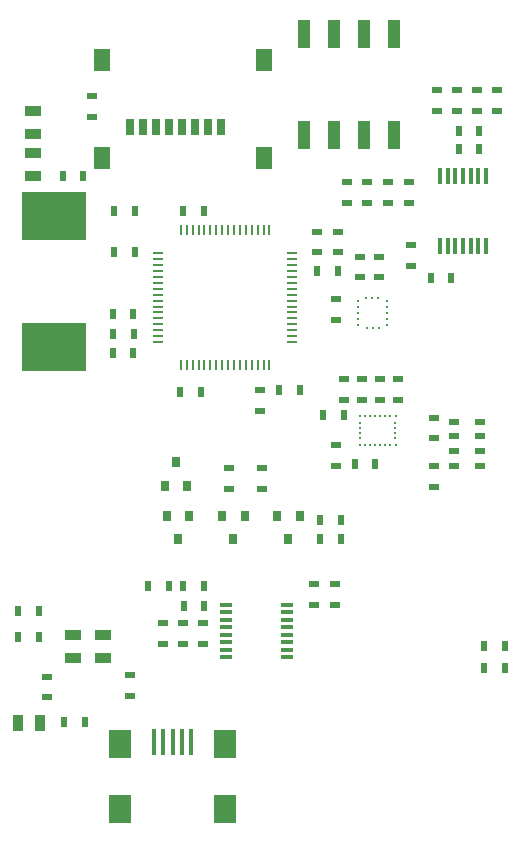
<source format=gtp>
G04 #@! TF.FileFunction,Paste,Top*
%FSLAX46Y46*%
G04 Gerber Fmt 4.6, Leading zero omitted, Abs format (unit mm)*
G04 Created by KiCad (PCBNEW 4.0.7) date 02/18/18 10:01:47*
%MOMM*%
%LPD*%
G01*
G04 APERTURE LIST*
%ADD10C,0.100000*%
%ADD11R,0.610000X0.940000*%
%ADD12R,0.940000X0.610000*%
%ADD13R,0.940000X0.190000*%
%ADD14R,0.190000X0.940000*%
%ADD15R,0.170000X0.290000*%
%ADD16R,0.290000X0.170000*%
%ADD17R,0.190000X0.290000*%
%ADD18R,0.290000X0.190000*%
%ADD19R,5.540000X4.040000*%
%ADD20R,1.390000X1.940000*%
%ADD21R,0.740000X1.440000*%
%ADD22R,1.938980X2.439360*%
%ADD23R,0.440380X2.241240*%
%ADD24R,1.060000X2.380000*%
%ADD25R,1.140000X0.340000*%
%ADD26R,0.390000X1.390000*%
%ADD27R,0.890000X0.490000*%
%ADD28R,1.440000X0.910000*%
%ADD29R,0.740000X0.840000*%
%ADD30R,0.910000X1.440000*%
G04 APERTURE END LIST*
D10*
D11*
X118462500Y-56350000D03*
X120212500Y-56350000D03*
D12*
X113300000Y-77525000D03*
X113300000Y-75775000D03*
D13*
X93000000Y-65150000D03*
X93000000Y-65650000D03*
X93000000Y-66150000D03*
X93000000Y-66650000D03*
X93000000Y-67150000D03*
X93000000Y-67650000D03*
X93000000Y-68150000D03*
X93000000Y-68650000D03*
X93000000Y-69150000D03*
X93000000Y-69650000D03*
X93000000Y-70150000D03*
X93000000Y-70650000D03*
X93000000Y-71150000D03*
X93000000Y-71650000D03*
X93000000Y-72150000D03*
X93000000Y-72650000D03*
D14*
X94950000Y-74600000D03*
X95450000Y-74600000D03*
X95950000Y-74600000D03*
X96450000Y-74600000D03*
X96950000Y-74600000D03*
X97450000Y-74600000D03*
X97950000Y-74600000D03*
X98450000Y-74600000D03*
X98950000Y-74600000D03*
X99450000Y-74600000D03*
X99950000Y-74600000D03*
X100450000Y-74600000D03*
X100950000Y-74600000D03*
X101450000Y-74600000D03*
X101950000Y-74600000D03*
X102450000Y-74600000D03*
D13*
X104400000Y-72650000D03*
X104400000Y-72150000D03*
X104400000Y-71650000D03*
X104400000Y-71150000D03*
X104400000Y-70650000D03*
X104400000Y-70150000D03*
X104400000Y-69650000D03*
X104400000Y-69150000D03*
X104400000Y-68650000D03*
X104400000Y-68150000D03*
X104400000Y-67650000D03*
X104400000Y-67150000D03*
X104400000Y-66650000D03*
X104400000Y-66150000D03*
X104400000Y-65650000D03*
X104400000Y-65150000D03*
D14*
X102450000Y-63200000D03*
X101950000Y-63200000D03*
X101450000Y-63200000D03*
X100950000Y-63200000D03*
X100450000Y-63200000D03*
X99950000Y-63200000D03*
X99450000Y-63200000D03*
X98950000Y-63200000D03*
X98450000Y-63200000D03*
X97950000Y-63200000D03*
X97450000Y-63200000D03*
X96950000Y-63200000D03*
X96450000Y-63200000D03*
X95950000Y-63200000D03*
X95450000Y-63200000D03*
X94950000Y-63200000D03*
D15*
X110120000Y-78925000D03*
D16*
X110150000Y-79505000D03*
X113100000Y-79505000D03*
X110150000Y-79935000D03*
X113100000Y-79935000D03*
X110150000Y-80365000D03*
X113100000Y-80365000D03*
X110150000Y-80795000D03*
X113100000Y-80795000D03*
D15*
X110550000Y-78925000D03*
X110980000Y-78925000D03*
X111410000Y-78925000D03*
X111840000Y-78925000D03*
X112270000Y-78925000D03*
X112700000Y-78925000D03*
X113130000Y-78925000D03*
X110120000Y-81375000D03*
X110550000Y-81375000D03*
X110980000Y-81375000D03*
X111410000Y-81375000D03*
X111840000Y-81375000D03*
X112270000Y-81375000D03*
X112700000Y-81375000D03*
X113130000Y-81375000D03*
D12*
X111725000Y-67175000D03*
X111725000Y-65425000D03*
D17*
X111650000Y-68950000D03*
X111150000Y-68950000D03*
X110650000Y-68950000D03*
X110740000Y-71430000D03*
X111240000Y-71430000D03*
X111740000Y-71430000D03*
D18*
X112375000Y-69175000D03*
X112375000Y-69675000D03*
X112375000Y-70175000D03*
X112375000Y-70675000D03*
X112375000Y-71175000D03*
X109925000Y-71175000D03*
X109925000Y-70675000D03*
X109925000Y-70175000D03*
X109925000Y-69675000D03*
X109925000Y-69175000D03*
D19*
X84200000Y-73050000D03*
X84200000Y-61950000D03*
D20*
X102000000Y-57050000D03*
X88250000Y-57050000D03*
X88250000Y-48750000D03*
D21*
X90630000Y-54450000D03*
X91730000Y-54450000D03*
X92830000Y-54450000D03*
X93930000Y-54450000D03*
X95030000Y-54450000D03*
X97230000Y-54450000D03*
X98330000Y-54450000D03*
X96130000Y-54450000D03*
D20*
X102000000Y-48750000D03*
D22*
X89799840Y-112150000D03*
X89799840Y-106650900D03*
X98700000Y-106650900D03*
X98700000Y-112150000D03*
D23*
X95850120Y-106549300D03*
X95050020Y-106549300D03*
X94249920Y-106549300D03*
X93449820Y-106549300D03*
X92649720Y-106549300D03*
D24*
X105390000Y-55155000D03*
X113010000Y-46545000D03*
X107930000Y-55155000D03*
X110470000Y-46545000D03*
X110470000Y-55155000D03*
X107930000Y-46545000D03*
X113010000Y-55155000D03*
X105390000Y-46545000D03*
D25*
X103980254Y-99326726D03*
X103980254Y-98691726D03*
X103980254Y-98056726D03*
X103980254Y-97421726D03*
X103980254Y-96786726D03*
X103980254Y-96151726D03*
X103980254Y-95516726D03*
X103980254Y-94881726D03*
X98780254Y-94881726D03*
X98780254Y-95516726D03*
X98780254Y-96151726D03*
X98780254Y-96786726D03*
X98780254Y-97421726D03*
X98780254Y-98056726D03*
X98780254Y-98691726D03*
X98780254Y-99326726D03*
D26*
X120800000Y-58600000D03*
X120150000Y-58600000D03*
X119500000Y-58600000D03*
X118850000Y-58600000D03*
X118200000Y-58600000D03*
X117550000Y-58600000D03*
X116900000Y-58600000D03*
X116900000Y-64500000D03*
X117550000Y-64500000D03*
X118200000Y-64500000D03*
X118850000Y-64500000D03*
X119500000Y-64500000D03*
X120150000Y-64500000D03*
X120800000Y-64500000D03*
D27*
X118100000Y-83150000D03*
X118100000Y-79400000D03*
X118100000Y-80650000D03*
X118100000Y-81900000D03*
X120250000Y-79400000D03*
X120250000Y-80650000D03*
X120250000Y-81900000D03*
X120250000Y-83150000D03*
D11*
X93925000Y-93300000D03*
X92175000Y-93300000D03*
D12*
X108000000Y-93175000D03*
X108000000Y-94925000D03*
X93480254Y-96454226D03*
X93480254Y-98204226D03*
X95130254Y-96454226D03*
X95130254Y-98204226D03*
X96830254Y-96454226D03*
X96830254Y-98204226D03*
D11*
X106750000Y-89300000D03*
X108500000Y-89300000D03*
D12*
X99050000Y-85087500D03*
X99050000Y-83337500D03*
D11*
X106750000Y-87700000D03*
X108500000Y-87700000D03*
D12*
X101850000Y-85087500D03*
X101850000Y-83337500D03*
D11*
X106475000Y-66650000D03*
X108225000Y-66650000D03*
D12*
X101650000Y-76750000D03*
X101650000Y-78500000D03*
D11*
X89175000Y-70250000D03*
X90925000Y-70250000D03*
D12*
X108250000Y-65062500D03*
X108250000Y-63312500D03*
D11*
X89312500Y-65050000D03*
X91062500Y-65050000D03*
X95125000Y-61550000D03*
X96875000Y-61550000D03*
D12*
X106450000Y-65062500D03*
X106450000Y-63312500D03*
D11*
X90925000Y-73600000D03*
X89175000Y-73600000D03*
X103275000Y-76750000D03*
X105025000Y-76750000D03*
X90950000Y-71950000D03*
X89200000Y-71950000D03*
X96650000Y-76900000D03*
X94900000Y-76900000D03*
D12*
X110125000Y-67175000D03*
X110125000Y-65425000D03*
X121700000Y-53062500D03*
X121700000Y-51312500D03*
X116600000Y-51337500D03*
X116600000Y-53087500D03*
D11*
X118462500Y-54750000D03*
X120212500Y-54750000D03*
D12*
X114400000Y-64450000D03*
X114400000Y-66200000D03*
X108800000Y-77525000D03*
X108800000Y-75775000D03*
X116350000Y-79062500D03*
X116350000Y-80812500D03*
D11*
X108775000Y-78850000D03*
X107025000Y-78850000D03*
D12*
X110300000Y-77525000D03*
X110300000Y-75775000D03*
X111800000Y-77525000D03*
X111800000Y-75775000D03*
D28*
X88400000Y-97490000D03*
X88400000Y-99400000D03*
X85820000Y-97486000D03*
X85820000Y-99396000D03*
D29*
X93600000Y-84850000D03*
X95500000Y-84850000D03*
X94550000Y-82850000D03*
D30*
X83055000Y-104950000D03*
X81145000Y-104950000D03*
D28*
X82440000Y-55010000D03*
X82440000Y-53100000D03*
D11*
X96930254Y-95004226D03*
X95180254Y-95004226D03*
D29*
X95650000Y-87350000D03*
X93750000Y-87350000D03*
X94700000Y-89350000D03*
D11*
X96925000Y-93300000D03*
X95175000Y-93300000D03*
D12*
X106200000Y-94925000D03*
X106200000Y-93175000D03*
X90650000Y-102600000D03*
X90650000Y-100850000D03*
X83600000Y-100975000D03*
X83600000Y-102725000D03*
D11*
X85087500Y-104850000D03*
X86837500Y-104850000D03*
X120625000Y-98350000D03*
X122375000Y-98350000D03*
X120625000Y-100250000D03*
X122375000Y-100250000D03*
D12*
X108100000Y-69012500D03*
X108100000Y-70762500D03*
D11*
X89325000Y-61550000D03*
X91075000Y-61550000D03*
D12*
X118300000Y-53087500D03*
X118300000Y-51337500D03*
X120000000Y-53087500D03*
X120000000Y-51337500D03*
D11*
X116100000Y-67200000D03*
X117850000Y-67200000D03*
D12*
X108100000Y-81400000D03*
X108100000Y-83150000D03*
X116400000Y-84900000D03*
X116400000Y-83150000D03*
D11*
X111412500Y-82950000D03*
X109662500Y-82950000D03*
D12*
X114250000Y-60887500D03*
X114250000Y-59137500D03*
X112450000Y-60875000D03*
X112450000Y-59125000D03*
X110700000Y-60862500D03*
X110700000Y-59112500D03*
X109000000Y-60862500D03*
X109000000Y-59112500D03*
X87440000Y-53570000D03*
X87440000Y-51820000D03*
D11*
X82900000Y-95450000D03*
X81150000Y-95450000D03*
X82900000Y-97650000D03*
X81150000Y-97650000D03*
D29*
X105000000Y-87350000D03*
X103100000Y-87350000D03*
X104050000Y-89350000D03*
X100350000Y-87350000D03*
X98450000Y-87350000D03*
X99400000Y-89350000D03*
D28*
X82430000Y-58580000D03*
X82430000Y-56670000D03*
D11*
X86690000Y-58620000D03*
X84940000Y-58620000D03*
M02*

</source>
